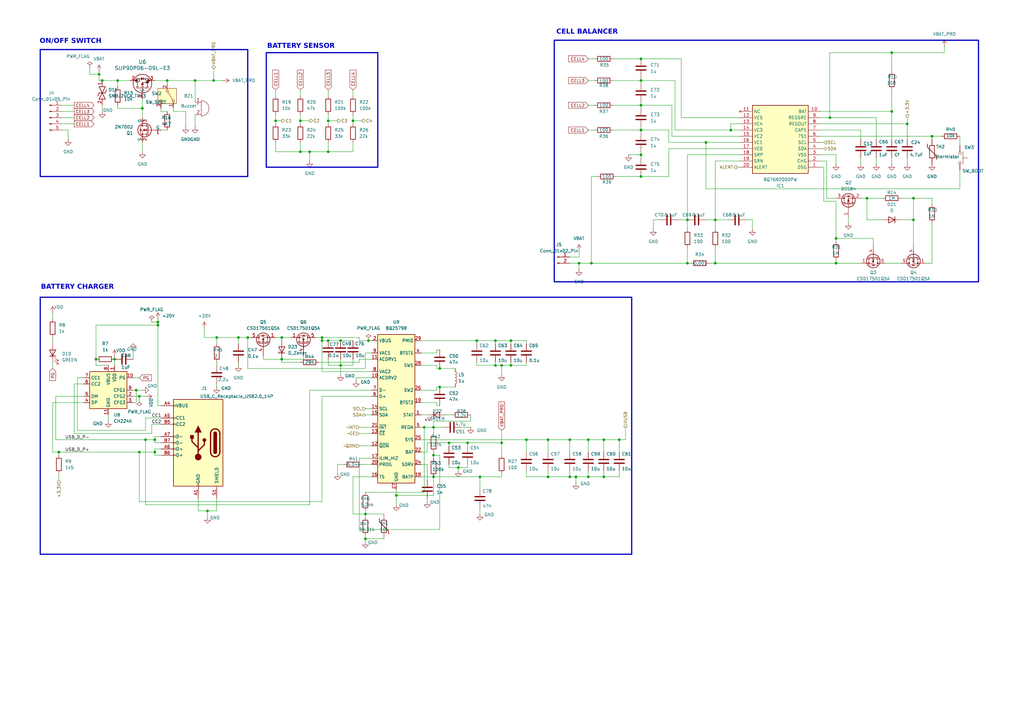
<source format=kicad_sch>
(kicad_sch (version 20250114) (generator "eeschema") (generator_version "9.0")
  (paper "A3")
  (rectangle (start 16.51 20.32) (end 101.6 72.39) (stroke (width 0.5)))
  (rectangle (start 227.33 16.51) (end 401.32 115.57) (stroke (width 0.5)))
  (rectangle (start 16.51 121.92) (end 259.08 227.33) (stroke (width 0.5)))
  (rectangle (start 109.22 21.59) (end 154.94 68.58) (stroke (width 0.5)))
  (text "CELL BALANCER\n" (at 240.792 13.716 0) (effects (font (size 2 2) (thickness 0.254) (bold yes))))
  (text "BATTERY CHARGER" (at 31.75 118.364 0) (effects (font (size 2 2) (thickness 0.254) (bold yes))))
  (text "BATTERY SENSOR" (at 123.444 19.558 0) (effects (font (size 2 2) (thickness 0.254) (bold yes))))
  (text "ON/OFF SWITCH" (at 28.956 17.526 0) (effects (font (size 2 2) (thickness 0.254) (bold yes))))
  (junction (at 299.72 53.34))
  (junction (at 184.15 181.61))
  (junction (at 262.89 63.5))
  (junction (at 39.37 147.32))
  (junction (at 101.6 138.43))
  (junction (at 180.34 158.75))
  (junction (at 241.3 180.34))
  (junction (at 203.2 149.86))
  (junction (at 195.58 139.7))
  (junction (at 342.9 107.95))
  (junction (at 205.74 181.61))
  (junction (at 196.85 195.58))
  (junction (at 209.55 149.86))
  (junction (at 134.62 139.7))
  (junction (at 97.79 138.43))
  (junction (at 177.8 195.58))
  (junction (at 374.65 81.28))
  (junction (at 134.62 62.23))
  (junction (at 115.57 138.43))
  (junction (at 64.77 133.35))
  (junction (at 233.68 180.34))
  (junction (at 127 62.23))
  (junction (at 365.76 21.59))
  (junction (at 233.68 195.58))
  (junction (at 281.94 107.95))
  (junction (at 236.22 195.58))
  (junction (at 242.57 107.95))
  (junction (at 355.6 81.28))
  (junction (at 173.99 175.26))
  (junction (at 123.19 49.53))
  (junction (at 57.15 185.42))
  (junction (at 46.99 147.32))
  (junction (at 224.79 195.58))
  (junction (at 40.64 30.48))
  (junction (at 149.86 220.98))
  (junction (at 68.58 33.02))
  (junction (at 247.65 195.58))
  (junction (at 187.96 191.77))
  (junction (at 209.55 139.7))
  (junction (at 293.37 90.17))
  (junction (at 262.89 24.13))
  (junction (at 139.7 149.86))
  (junction (at 247.65 180.34))
  (junction (at 24.13 185.42))
  (junction (at 149.86 210.82))
  (junction (at 151.13 139.7))
  (junction (at 289.56 58.42))
  (junction (at 59.69 180.34))
  (junction (at 262.89 72.39))
  (junction (at 115.57 147.32))
  (junction (at 132.08 139.7))
  (junction (at 80.01 33.02))
  (junction (at 262.89 53.34))
  (junction (at 132.08 138.43))
  (junction (at 177.8 175.26))
  (junction (at 177.8 186.69))
  (junction (at 382.27 55.88))
  (junction (at 63.5 185.42))
  (junction (at 293.37 107.95))
  (junction (at 374.65 90.17))
  (junction (at 203.2 139.7))
  (junction (at 241.3 195.58))
  (junction (at 365.76 45.72))
  (junction (at 237.49 107.95))
  (junction (at 64.77 132.08))
  (junction (at 205.74 149.86))
  (junction (at 215.9 180.34))
  (junction (at 144.78 49.53))
  (junction (at 162.56 203.2))
  (junction (at 224.79 180.34))
  (junction (at 113.03 49.53))
  (junction (at 87.63 33.02))
  (junction (at 281.94 90.17))
  (junction (at 134.62 49.53))
  (junction (at 191.77 181.61))
  (junction (at 372.11 50.8))
  (junction (at 48.26 33.02))
  (junction (at 342.9 97.79))
  (junction (at 58.42 44.45))
  (junction (at 57.15 162.56))
  (junction (at 254 180.34))
  (junction (at 41.91 33.02))
  (junction (at 123.19 62.23))
  (junction (at 63.5 180.34))
  (junction (at 55.88 160.02))
  (junction (at 88.9 138.43))
  (junction (at 85.09 209.55))
  (junction (at 180.34 151.13))
  (junction (at 139.7 139.7))
  (junction (at 262.89 43.18))
  (junction (at 340.36 48.26))
  (junction (at 262.89 33.02))
  (wire (pts (xy 361.95 90.17) (xy 355.6 90.17)))
  (wire (pts (xy 68.58 33.02) (xy 80.01 33.02)))
  (wire (pts (xy 241.3 43.18) (xy 243.84 43.18)))
  (wire (pts (xy 205.74 195.58) (xy 205.74 194.31)))
  (wire (pts (xy 215.9 193.04) (xy 215.9 195.58)))
  (wire (pts (xy 342.9 107.95) (xy 353.06 107.95)))
  (wire (pts (xy 134.62 147.32) (xy 134.62 149.86)))
  (wire (pts (xy 184.15 191.77) (xy 187.96 191.77)))
  (wire (pts (xy 180.34 158.75) (xy 186.69 158.75)))
  (wire (pts (xy 262.89 52.07) (xy 262.89 53.34)))
  (wire (pts (xy 252.73 72.39) (xy 262.89 72.39)))
  (wire (pts (xy 247.65 193.04) (xy 247.65 195.58)))
  (wire (pts (xy 233.68 195.58) (xy 236.22 195.58)))
  (wire (pts (xy 123.19 62.23) (xy 127 62.23)))
  (wire (pts (xy 139.7 149.86) (xy 144.78 149.86)))
  (wire (pts (xy 22.86 180.34) (xy 59.69 180.34)))
  (wire (pts (xy 40.64 33.02) (xy 41.91 33.02)))
  (wire (pts (xy 241.3 193.04) (xy 241.3 195.58)))
  (wire (pts (xy 274.32 60.96) (xy 274.32 72.39)))
  (wire (pts (xy 40.64 30.48) (xy 40.64 33.02)))
  (wire (pts (xy 64.77 132.08) (xy 64.77 133.35)))
  (wire (pts (xy 63.5 33.02) (xy 68.58 33.02)))
  (wire (pts (xy 247.65 195.58) (xy 254 195.58)))
  (wire (pts (xy 76.2 45.72) (xy 76.2 52.07)))
  (wire (pts (xy 41.91 43.18) (xy 41.91 45.72)))
  (wire (pts (xy 195.58 149.86) (xy 203.2 149.86)))
  (wire (pts (xy 203.2 139.7) (xy 195.58 139.7)))
  (wire (pts (xy 241.3 185.42) (xy 241.3 180.34)))
  (wire (pts (xy 123.19 58.42) (xy 123.19 62.23)))
  (wire (pts (xy 46.99 147.32) (xy 46.99 149.86)))
  (wire (pts (xy 177.8 185.42) (xy 177.8 186.69)))
  (wire (pts (xy 101.6 138.43) (xy 102.87 138.43)))
  (wire (pts (xy 187.96 191.77) (xy 187.96 193.04)))
  (wire (pts (xy 191.77 190.5) (xy 191.77 191.77)))
  (wire (pts (xy 134.62 149.86) (xy 139.7 149.86)))
  (wire (pts (xy 177.8 172.72) (xy 193.04 172.72)))
  (wire (pts (xy 262.89 31.75) (xy 262.89 33.02)))
  (wire (pts (xy 205.74 181.61) (xy 205.74 186.69)))
  (wire (pts (xy 193.04 170.18) (xy 193.04 172.72)))
  (wire (pts (xy 236.22 195.58) (xy 241.3 195.58)))
  (wire (pts (xy 149.86 144.78) (xy 149.86 151.13)))
  (wire (pts (xy 97.79 138.43) (xy 88.9 138.43)))
  (wire (pts (xy 173.99 175.26) (xy 177.8 175.26)))
  (wire (pts (xy 147.32 217.17) (xy 180.34 217.17)))
  (wire (pts (xy 36.83 27.94) (xy 36.83 30.48)))
  (wire (pts (xy 149.86 220.98) (xy 157.48 220.98)))
  (wire (pts (xy 147.32 175.26) (xy 152.4 175.26)))
  (wire (pts (xy 149.86 220.98) (xy 149.86 222.25)))
  (wire (pts (xy 179.07 144.78) (xy 179.07 143.51)))
  (wire (pts (xy 144.78 36.83) (xy 144.78 39.37)))
  (wire (pts (xy 195.58 148.59) (xy 195.58 149.86)))
  (wire (pts (xy 30.48 157.48) (xy 34.29 157.48)))
  (wire (pts (xy 209.55 139.7) (xy 203.2 139.7)))
  (wire (pts (xy 353.06 81.28) (xy 355.6 81.28)))
  (wire (pts (xy 358.14 97.79) (xy 342.9 97.79)))
  (wire (pts (xy 209.55 148.59) (xy 209.55 149.86)))
  (wire (pts (xy 34.29 162.56) (xy 22.86 162.56)))
  (wire (pts (xy 63.5 184.15) (xy 66.04 184.15)))
  (wire (pts (xy 149.86 170.18) (xy 152.4 170.18)))
  (wire (pts (xy 134.62 36.83) (xy 134.62 39.37)))
  (wire (pts (xy 132.08 162.56) (xy 152.4 162.56)))
  (wire (pts (xy 44.45 170.18) (xy 44.45 172.72)))
  (wire (pts (xy 85.09 209.55) (xy 88.9 209.55)))
  (wire (pts (xy 337.82 68.58) (xy 337.82 82.55)))
  (wire (pts (xy 58.42 58.42) (xy 58.42 62.23)))
  (wire (pts (xy 233.68 193.04) (xy 233.68 195.58)))
  (wire (pts (xy 205.74 149.86) (xy 209.55 149.86)))
  (wire (pts (xy 369.57 81.28) (xy 374.65 81.28)))
  (wire (pts (xy 365.76 36.83) (xy 365.76 45.72)))
  (wire (pts (xy 233.68 105.41) (xy 237.49 105.41)))
  (wire (pts (xy 215.9 139.7) (xy 209.55 139.7)))
  (wire (pts (xy 180.34 217.17) (xy 180.34 186.69)))
  (wire (pts (xy 247.65 185.42) (xy 247.65 180.34)))
  (wire (pts (xy 289.56 90.17) (xy 293.37 90.17)))
  (wire (pts (xy 57.15 185.42) (xy 57.15 205.74)))
  (wire (pts (xy 21.59 128.27) (xy 21.59 130.81)))
  (wire (pts (xy 267.97 93.98) (xy 267.97 90.17)))
  (wire (pts (xy 224.79 180.34) (xy 215.9 180.34)))
  (wire (pts (xy 87.63 27.94) (xy 87.63 33.02)))
  (wire (pts (xy 289.56 58.42) (xy 303.53 58.42)))
  (wire (pts (xy 172.72 144.78) (xy 179.07 144.78)))
  (wire (pts (xy 293.37 90.17) (xy 293.37 93.98)))
  (wire (pts (xy 22.86 162.56) (xy 22.86 180.34)))
  (wire (pts (xy 25.4 53.34) (xy 27.94 53.34)))
  (wire (pts (xy 340.36 21.59) (xy 340.36 48.26)))
  (wire (pts (xy 242.57 107.95) (xy 281.94 107.95)))
  (wire (pts (xy 21.59 138.43) (xy 21.59 140.97)))
  (wire (pts (xy 88.9 148.59) (xy 88.9 149.86)))
  (wire (pts (xy 63.5 179.07) (xy 66.04 179.07)))
  (wire (pts (xy 342.9 63.5) (xy 342.9 67.31)))
  (wire (pts (xy 262.89 41.91) (xy 262.89 43.18)))
  (wire (pts (xy 382.27 91.44) (xy 382.27 107.95)))
  (wire (pts (xy 184.15 181.61) (xy 184.15 182.88)))
  (wire (pts (xy 40.64 30.48) (xy 36.83 30.48)))
  (wire (pts (xy 242.57 72.39) (xy 245.11 72.39)))
  (wire (pts (xy 39.37 149.86) (xy 44.45 149.86)))
  (wire (pts (xy 172.72 180.34) (xy 215.9 180.34)))
  (wire (pts (xy 62.23 132.08) (xy 64.77 132.08)))
  (wire (pts (xy 215.9 149.86) (xy 215.9 148.59)))
  (wire (pts (xy 127 160.02) (xy 152.4 160.02)))
  (wire (pts (xy 30.48 157.48) (xy 30.48 177.8)))
  (wire (pts (xy 172.72 160.02) (xy 179.07 160.02)))
  (wire (pts (xy 62.23 173.99) (xy 66.04 173.99)))
  (wire (pts (xy 262.89 63.5) (xy 262.89 64.77)))
  (wire (pts (xy 336.55 66.04) (xy 339.09 66.04)))
  (wire (pts (xy 290.83 107.95) (xy 293.37 107.95)))
  (wire (pts (xy 308.61 90.17) (xy 308.61 93.98)))
  (wire (pts (xy 66.04 181.61) (xy 63.5 181.61)))
  (wire (pts (xy 175.26 204.47) (xy 175.26 205.74)))
  (wire (pts (xy 342.9 82.55) (xy 337.82 82.55)))
  (wire (pts (xy 39.37 133.35) (xy 39.37 147.32)))
  (wire (pts (xy 254 195.58) (xy 254 193.04)))
  (wire (pts (xy 256.54 175.26) (xy 256.54 180.34)))
  (wire (pts (xy 353.06 53.34) (xy 353.06 57.15)))
  (wire (pts (xy 48.26 33.02) (xy 53.34 33.02)))
  (wire (pts (xy 149.86 209.55) (xy 149.86 210.82)))
  (wire (pts (xy 262.89 62.23) (xy 262.89 63.5)))
  (wire (pts (xy 48.26 44.45) (xy 58.42 44.45)))
  (wire (pts (xy 88.9 157.48) (xy 88.9 158.75)))
  (wire (pts (xy 251.46 33.02) (xy 262.89 33.02)))
  (wire (pts (xy 177.8 175.26) (xy 177.8 177.8)))
  (wire (pts (xy 205.74 195.58) (xy 196.85 195.58)))
  (wire (pts (xy 233.68 107.95) (xy 237.49 107.95)))
  (wire (pts (xy 262.89 53.34) (xy 274.32 53.34)))
  (wire (pts (xy 134.62 46.99) (xy 134.62 49.53)))
  (wire (pts (xy 151.13 139.7) (xy 152.4 139.7)))
  (wire (pts (xy 66.04 53.34) (xy 68.58 53.34)))
  (wire (pts (xy 353.06 64.77) (xy 353.06 67.31)))
  (wire (pts (xy 123.19 36.83) (xy 123.19 39.37)))
  (wire (pts (xy 24.13 185.42) (xy 24.13 186.69)))
  (wire (pts (xy 302.26 68.58) (xy 303.53 68.58)))
  (wire (pts (xy 241.3 53.34) (xy 243.84 53.34)))
  (wire (pts (xy 293.37 90.17) (xy 298.45 90.17)))
  (wire (pts (xy 237.49 107.95) (xy 242.57 107.95)))
  (wire (pts (xy 123.19 49.53) (xy 127 49.53)))
  (wire (pts (xy 57.15 205.74) (xy 132.08 205.74)))
  (wire (pts (xy 336.55 60.96) (xy 337.82 60.96)))
  (wire (pts (xy 241.3 24.13) (xy 243.84 24.13)))
  (wire (pts (xy 64.77 133.35) (xy 64.77 166.37)))
  (wire (pts (xy 144.78 195.58) (xy 144.78 210.82)))
  (wire (pts (xy 172.72 139.7) (xy 195.58 139.7)))
  (wire (pts (xy 66.04 186.69) (xy 63.5 186.69)))
  (wire (pts (xy 191.77 181.61) (xy 205.74 181.61)))
  (wire (pts (xy 262.89 24.13) (xy 279.4 24.13)))
  (wire (pts (xy 393.7 69.85) (xy 393.7 77.47)))
  (wire (pts (xy 107.95 146.05) (xy 107.95 147.32)))
  (wire (pts (xy 365.76 21.59) (xy 387.35 21.59)))
  (wire (pts (xy 262.89 43.18) (xy 262.89 44.45)))
  (wire (pts (xy 113.03 62.23) (xy 123.19 62.23)))
  (wire (pts (xy 275.59 55.88) (xy 303.53 55.88)))
  (wire (pts (xy 233.68 185.42) (xy 233.68 180.34)))
  (wire (pts (xy 63.5 179.07) (xy 63.5 180.34)))
  (wire (pts (xy 203.2 148.59) (xy 203.2 149.86)))
  (wire (pts (xy 152.4 144.78) (xy 149.86 144.78)))
  (wire (pts (xy 359.41 64.77) (xy 359.41 67.31)))
  (wire (pts (xy 184.15 190.5) (xy 184.15 191.77)))
  (wire (pts (xy 149.86 151.13) (xy 101.6 151.13)))
  (wire (pts (xy 134.62 58.42) (xy 134.62 62.23)))
  (wire (pts (xy 55.88 160.02) (xy 55.88 165.1)))
  (wire (pts (xy 275.59 43.18) (xy 262.89 43.18)))
  (wire (pts (xy 147.32 139.7) (xy 151.13 139.7)))
  (wire (pts (xy 24.13 185.42) (xy 57.15 185.42)))
  (wire (pts (xy 365.76 45.72) (xy 365.76 57.15)))
  (wire (pts (xy 340.36 48.26) (xy 359.41 48.26)))
  (wire (pts (xy 173.99 201.93) (xy 149.86 201.93)))
  (wire (pts (xy 306.07 90.17) (xy 308.61 90.17)))
  (wire (pts (xy 224.79 193.04) (xy 224.79 195.58)))
  (wire (pts (xy 372.11 64.77) (xy 372.11 67.31)))
  (wire (pts (xy 195.58 139.7) (xy 195.58 140.97)))
  (wire (pts (xy 152.4 195.58) (xy 144.78 195.58)))
  (wire (pts (xy 281.94 101.6) (xy 281.94 107.95)))
  (wire (pts (xy 182.88 170.18) (xy 185.42 170.18)))
  (wire (pts (xy 293.37 66.04) (xy 293.37 90.17)))
  (wire (pts (xy 355.6 81.28) (xy 361.95 81.28)))
  (wire (pts (xy 196.85 208.28) (xy 196.85 210.82)))
  (wire (pts (xy 85.09 209.55) (xy 85.09 212.09)))
  (wire (pts (xy 39.37 133.35) (xy 64.77 133.35)))
  (wire (pts (xy 115.57 147.32) (xy 124.46 147.32)))
  (wire (pts (xy 224.79 195.58) (xy 233.68 195.58)))
  (wire (pts (xy 177.8 195.58) (xy 172.72 195.58)))
  (wire (pts (xy 299.72 50.8) (xy 303.53 50.8)))
  (wire (pts (xy 113.03 138.43) (xy 115.57 138.43)))
  (wire (pts (xy 179.07 143.51) (xy 180.34 143.51)))
  (wire (pts (xy 281.94 90.17) (xy 281.94 93.98)))
  (wire (pts (xy 149.86 210.82) (xy 149.86 212.09)))
  (wire (pts (xy 179.07 149.86) (xy 179.07 151.13)))
  (wire (pts (xy 372.11 48.26) (xy 372.11 50.8)))
  (wire (pts (xy 205.74 149.86) (xy 205.74 153.67)))
  (wire (pts (xy 303.53 66.04) (xy 293.37 66.04)))
  (wire (pts (xy 97.79 148.59) (xy 97.79 149.86)))
  (wire (pts (xy 180.34 186.69) (xy 177.8 186.69)))
  (wire (pts (xy 152.4 187.96) (xy 147.32 187.96)))
  (wire (pts (xy 336.55 63.5) (xy 342.9 63.5)))
  (wire (pts (xy 191.77 182.88) (xy 191.77 181.61)))
  (wire (pts (xy 179.07 166.37) (xy 180.34 166.37)))
  (wire (pts (xy 293.37 107.95) (xy 342.9 107.95)))
  (wire (pts (xy 175.26 181.61) (xy 184.15 181.61)))
  (wire (pts (xy 281.94 63.5) (xy 281.94 90.17)))
  (wire (pts (xy 303.53 48.26) (xy 279.4 48.26)))
  (wire (pts (xy 80.01 33.02) (xy 87.63 33.02)))
  (wire (pts (xy 179.07 151.13) (xy 180.34 151.13)))
  (wire (pts (xy 134.62 49.53) (xy 134.62 50.8)))
  (wire (pts (xy 123.19 46.99) (xy 123.19 49.53)))
  (wire (pts (xy 179.07 158.75) (xy 180.34 158.75)))
  (wire (pts (xy 257.81 63.5) (xy 262.89 63.5)))
  (wire (pts (xy 27.94 53.34) (xy 27.94 57.15)))
  (wire (pts (xy 24.13 185.42) (xy 21.59 185.42)))
  (wire (pts (xy 342.9 81.28) (xy 339.09 81.28)))
  (wire (pts (xy 336.55 53.34) (xy 353.06 53.34)))
  (wire (pts (xy 81.28 204.47) (xy 81.28 209.55)))
  (wire (pts (xy 34.29 165.1) (xy 21.59 165.1)))
  (wire (pts (xy 177.8 186.69) (xy 177.8 187.96)))
  (wire (pts (xy 196.85 195.58) (xy 177.8 195.58)))
  (wire (pts (xy 40.64 29.21) (xy 40.64 30.48)))
  (wire (pts (xy 276.86 53.34) (xy 299.72 53.34)))
  (wire (pts (xy 130.81 148.59) (xy 147.32 148.59)))
  (wire (pts (xy 355.6 81.28) (xy 355.6 90.17)))
  (wire (pts (xy 162.56 200.66) (xy 162.56 203.2)))
  (wire (pts (xy 132.08 138.43) (xy 132.08 139.7)))
  (wire (pts (xy 209.55 149.86) (xy 215.9 149.86)))
  (wire (pts (xy 342.9 97.79) (xy 342.9 99.06)))
  (wire (pts (xy 274.32 60.96) (xy 303.53 60.96)))
  (wire (pts (xy 289.56 77.47) (xy 289.56 58.42)))
  (wire (pts (xy 382.27 55.88) (xy 382.27 57.15)))
  (wire (pts (xy 64.77 130.81) (xy 64.77 132.08)))
  (wire (pts (xy 147.32 138.43) (xy 147.32 139.7)))
  (wire (pts (xy 173.99 175.26) (xy 173.99 201.93)))
  (wire (pts (xy 254 180.34) (xy 247.65 180.34)))
  (wire (pts (xy 71.12 45.72) (xy 76.2 45.72)))
  (wire (pts (xy 187.96 191.77) (xy 191.77 191.77)))
  (wire (pts (xy 101.6 151.13) (xy 101.6 138.43)))
  (wire (pts (xy 189.23 175.26) (xy 193.04 175.26)))
  (wire (pts (xy 62.23 177.8) (xy 62.23 173.99)))
  (wire (pts (xy 393.7 55.88) (xy 393.7 59.69)))
  (wire (pts (xy 21.59 165.1) (xy 21.59 185.42)))
  (wire (pts (xy 336.55 45.72) (xy 365.76 45.72)))
  (wire (pts (xy 175.26 190.5) (xy 175.26 196.85)))
  (wire (pts (xy 134.62 139.7) (xy 139.7 139.7)))
  (wire (pts (xy 279.4 24.13) (xy 279.4 48.26)))
  (wire (pts (xy 254 185.42) (xy 254 180.34)))
  (wire (pts (xy 88.9 138.43) (xy 83.82 138.43)))
  (wire (pts (xy 203.2 140.97) (xy 203.2 139.7)))
  (wire (pts (xy 81.28 209.55) (xy 85.09 209.55)))
  (wire (pts (xy 203.2 149.86) (xy 205.74 149.86)))
  (wire (pts (xy 59.69 180.34) (xy 63.5 180.34)))
  (wire (pts (xy 127 62.23) (xy 127 66.04)))
  (wire (pts (xy 267.97 90.17) (xy 270.51 90.17)))
  (wire (pts (xy 63.5 184.15) (xy 63.5 185.42)))
  (wire (pts (xy 144.78 46.99) (xy 144.78 49.53)))
  (wire (pts (xy 59.69 180.34) (xy 59.69 207.01)))
  (wire (pts (xy 172.72 165.1) (xy 179.07 165.1)))
  (wire (pts (xy 251.46 43.18) (xy 262.89 43.18)))
  (wire (pts (xy 87.63 33.02) (xy 91.44 33.02)))
  (wire (pts (xy 336.55 50.8) (xy 372.11 50.8)))
  (wire (pts (xy 303.53 63.5) (xy 281.94 63.5)))
  (wire (pts (xy 172.72 175.26) (xy 173.99 175.26)))
  (wire (pts (xy 215.9 195.58) (xy 224.79 195.58)))
  (wire (pts (xy 374.65 81.28) (xy 382.27 81.28)))
  (wire (pts (xy 113.03 49.53) (xy 113.03 50.8)))
  (wire (pts (xy 293.37 101.6) (xy 293.37 107.95)))
  (wire (pts (xy 59.69 176.53) (xy 59.69 171.45)))
  (wire (pts (xy 25.4 50.8) (xy 30.48 50.8)))
  (wire (pts (xy 115.57 148.59) (xy 123.19 148.59)))
  (wire (pts (xy 144.78 210.82) (xy 149.86 210.82)))
  (wire (pts (xy 147.32 187.96) (xy 147.32 217.17)))
  (wire (pts (xy 55.88 160.02) (xy 58.42 160.02)))
  (wire (pts (xy 83.82 134.62) (xy 83.82 138.43)))
  (wire (pts (xy 241.3 180.34) (xy 233.68 180.34)))
  (wire (pts (xy 339.09 81.28) (xy 339.09 66.04)))
  (wire (pts (xy 180.34 151.13) (xy 186.69 151.13)))
  (wire (pts (xy 25.4 43.18) (xy 30.48 43.18)))
  (wire (pts (xy 177.8 195.58) (xy 177.8 203.2)))
  (wire (pts (xy 382.27 107.95) (xy 379.73 107.95)))
  (wire (pts (xy 115.57 138.43) (xy 119.38 138.43)))
  (wire (pts (xy 162.56 203.2) (xy 177.8 203.2)))
  (wire (pts (xy 283.21 107.95) (xy 281.94 107.95)))
  (wire (pts (xy 21.59 148.59) (xy 21.59 151.13)))
  (wire (pts (xy 41.91 33.02) (xy 48.26 33.02)))
  (wire (pts (xy 147.32 147.32) (xy 152.4 147.32)))
  (wire (pts (xy 88.9 204.47) (xy 88.9 209.55)))
  (wire (pts (xy 113.03 49.53) (xy 115.57 49.53)))
  (wire (pts (xy 146.05 154.94) (xy 146.05 156.21)))
  (wire (pts (xy 179.07 160.02) (xy 179.07 158.75)))
  (wire (pts (xy 48.26 43.18) (xy 48.26 44.45)))
  (wire (pts (xy 382.27 81.28) (xy 382.27 83.82)))
  (wire (pts (xy 215.9 180.34) (xy 215.9 185.42)))
  (wire (pts (xy 299.72 53.34) (xy 303.53 53.34)))
  (wire (pts (xy 68.58 34.29) (xy 68.58 33.02)))
  (wire (pts (xy 149.86 219.71) (xy 149.86 220.98)))
  (wire (pts (xy 54.61 143.51) (xy 54.61 147.32)))
  (wire (pts (xy 147.32 177.8) (xy 152.4 177.8)))
  (wire (pts (xy 147.32 148.59) (xy 147.32 147.32)))
  (wire (pts (xy 224.79 185.42) (xy 224.79 180.34)))
  (wire (pts (xy 237.49 107.95) (xy 237.49 110.49)))
  (wire (pts (xy 336.55 48.26) (xy 340.36 48.26)))
  (wire (pts (xy 34.29 154.94) (xy 31.75 154.94)))
  (wire (pts (xy 205.74 176.53) (xy 205.74 181.61)))
  (wire (pts (xy 374.65 81.28) (xy 374.65 90.17)))
  (wire (pts (xy 215.9 140.97) (xy 215.9 139.7)))
  (wire (pts (xy 147.32 182.88) (xy 152.4 182.88)))
  (wire (pts (xy 54.61 160.02) (xy 55.88 160.02)))
  (wire (pts (xy 363.22 107.95) (xy 369.57 107.95)))
  (wire (pts (xy 113.03 46.99) (xy 113.03 49.53)))
  (wire (pts (xy 30.48 177.8) (xy 62.23 177.8)))
  (wire (pts (xy 347.98 88.9) (xy 347.98 91.44)))
  (wire (pts (xy 138.43 190.5) (xy 138.43 194.31)))
  (wire (pts (xy 132.08 139.7) (xy 132.08 152.4)))
  (wire (pts (xy 372.11 50.8) (xy 372.11 57.15)))
  (wire (pts (xy 54.61 154.94) (xy 57.15 154.94)))
  (wire (pts (xy 39.37 147.32) (xy 39.37 149.86)))
  (wire (pts (xy 54.61 165.1) (xy 55.88 165.1)))
  (wire (pts (xy 254 180.34) (xy 256.54 180.34)))
  (wire (pts (xy 139.7 139.7) (xy 144.78 139.7)))
  (wire (pts (xy 58.42 44.45) (xy 58.42 48.26)))
  (wire (pts (xy 336.55 58.42) (xy 337.82 58.42)))
  (wire (pts (xy 31.75 176.53) (xy 59.69 176.53)))
  (wire (pts (xy 276.86 33.02) (xy 262.89 33.02)))
  (wire (pts (xy 177.8 175.26) (xy 177.8 172.72)))
  (wire (pts (xy 365.76 21.59) (xy 340.36 21.59)))
  (wire (pts (xy 177.8 175.26) (xy 181.61 175.26)))
  (wire (pts (xy 71.12 44.45) (xy 71.12 45.72)))
  (wire (pts (xy 172.72 149.86) (xy 179.07 149.86)))
  (wire (pts (xy 262.89 33.02) (xy 262.89 34.29)))
  (wire (pts (xy 66.04 44.45) (xy 66.04 45.72)))
  (wire (pts (xy 97.79 140.97) (xy 97.79 138.43)))
  (wire (pts (xy 80.01 46.99) (xy 80.01 52.07)))
  (wire (pts (xy 132.08 138.43) (xy 147.32 138.43)))
  (wire (pts (xy 115.57 139.7) (xy 115.57 138.43)))
  (wire (pts (xy 342.9 97.79) (xy 342.9 82.55)))
  (wire (pts (xy 63.5 180.34) (xy 63.5 181.61)))
  (wire (pts (xy 251.46 24.13) (xy 262.89 24.13)))
  (wire (pts (xy 31.75 154.94) (xy 31.75 176.53)))
  (wire (pts (xy 113.03 58.42) (xy 113.03 62.23)))
  (wire (pts (xy 274.32 58.42) (xy 289.56 58.42)))
  (wire (pts (xy 54.61 162.56) (xy 57.15 162.56)))
  (wire (pts (xy 123.19 49.53) (xy 123.19 50.8)))
  (wire (pts (xy 262.89 53.34) (xy 262.89 54.61)))
  (wire (pts (xy 127 62.23) (xy 134.62 62.23)))
  (wire (pts (xy 46.99 146.05) (xy 46.99 147.32)))
  (wire (pts (xy 365.76 64.77) (xy 365.76 67.31)))
  (wire (pts (xy 247.65 180.34) (xy 241.3 180.34)))
  (wire (pts (xy 80.01 33.02) (xy 80.01 41.91)))
  (wire (pts (xy 113.03 36.83) (xy 113.03 39.37)))
  (wire (pts (xy 236.22 195.58) (xy 236.22 198.12)))
  (wire (pts (xy 152.4 152.4) (xy 132.08 152.4)))
  (wire (pts (xy 382.27 55.88) (xy 336.55 55.88)))
  (wire (pts (xy 144.78 62.23) (xy 144.78 58.42)))
  (wire (pts (xy 274.32 58.42) (xy 274.32 53.34)))
  (wire (pts (xy 144.78 147.32) (xy 144.78 149.86)))
  (wire (pts (xy 369.57 90.17) (xy 374.65 90.17)))
  (wire (pts (xy 124.46 146.05) (xy 124.46 147.32)))
  (wire (pts (xy 233.68 180.34) (xy 224.79 180.34)))
  (wire (pts (xy 172.72 190.5) (xy 175.26 190.5)))
  (wire (pts (xy 152.4 154.94) (xy 146.05 154.94)))
  (wire (pts (xy 66.04 45.72) (xy 68.58 45.72)))
  (wire (pts (xy 237.49 102.87) (xy 237.49 105.41)))
  (wire (pts (xy 149.86 210.82) (xy 157.48 210.82)))
  (wire (pts (xy 57.15 185.42) (xy 63.5 185.42)))
  (wire (pts (xy 139.7 147.32) (xy 139.7 149.86)))
  (wire (pts (xy 132.08 139.7) (xy 134.62 139.7)))
  (wire (pts (xy 139.7 149.86) (xy 139.7 153.67)))
  (wire (pts (xy 127 207.01) (xy 127 160.02)))
  (wire (pts (xy 48.26 33.02) (xy 48.26 35.56)))
  (wire (pts (xy 25.4 48.26) (xy 30.48 48.26)))
  (wire (pts (xy 387.35 19.05) (xy 387.35 21.59)))
  (wire (pts (xy 144.78 49.53) (xy 148.59 49.53)))
  (wire (pts (xy 179.07 165.1) (xy 179.07 166.37)))
  (wire (pts (xy 58.42 40.64) (xy 58.42 44.45)))
  (wire (pts (xy 184.15 181.61) (xy 191.77 181.61)))
  (wire (pts (xy 59.69 207.01) (xy 127 207.01)))
  (wire (pts (xy 241.3 33.02) (xy 243.84 33.02)))
  (wire (pts (xy 209.55 140.97) (xy 209.55 139.7)))
  (wire (pts (xy 359.41 48.26) (xy 359.41 57.15)))
  (wire (pts (xy 25.4 45.72) (xy 30.48 45.72)))
  (wire (pts (xy 342.9 106.68) (xy 342.9 107.95)))
  (wire (pts (xy 393.7 77.47) (xy 289.56 77.47)))
  (wire (pts (xy 144.78 49.53) (xy 144.78 50.8)))
  (wire (pts (xy 107.95 147.32) (xy 115.57 147.32)))
  (wire (pts (xy 262.89 72.39) (xy 274.32 72.39)))
  (wire (pts (xy 241.3 195.58) (xy 247.65 195.58)))
  (wire (pts (xy 97.79 138.43) (xy 101.6 138.43)))
  (wire (pts (xy 162.56 203.2) (xy 162.56 207.01)))
  (wire (pts (xy 129.54 138.43) (xy 132.08 138.43)))
  (wire (pts (xy 63.5 185.42) (xy 63.5 186.69)))
  (wire (pts (xy 337.82 68.58) (xy 336.55 68.58)))
  (wire (pts (xy 278.13 90.17) (xy 281.94 90.17)))
  (wire (pts (xy 299.72 50.8) (xy 299.72 53.34)))
  (wire (pts (xy 66.04 166.37) (xy 64.77 166.37)))
  (wire (pts (xy 149.86 167.64) (xy 152.4 167.64)))
  (wire (pts (xy 365.76 21.59) (xy 365.76 29.21)))
  (wire (pts (xy 175.26 181.61) (xy 175.26 185.42)))
  (wire (pts (xy 132.08 205.74) (xy 132.08 162.56)))
  (wire (pts (xy 276.86 53.34) (xy 276.86 33.02)))
  (wire (pts (xy 59.69 171.45) (xy 66.04 171.45)))
  (wire (pts (xy 172.72 170.18) (xy 175.26 170.18)))
  (wire (pts (xy 242.57 72.39) (xy 242.57 107.95)))
  (wire (pts (xy 57.15 162.56) (xy 57.15 163.83)))
  (wire (pts (xy 24.13 196.85) (xy 24.13 194.31)))
  (wire (pts (xy 358.14 100.33) (xy 358.14 97.79)))
  (wire (pts (xy 88.9 138.43) (xy 88.9 140.97)))
  (wire (pts (xy 382.27 55.88) (xy 386.08 55.88)))
  (wire (pts (xy 196.85 195.58) (xy 196.85 200.66)))
  (wire (pts (xy 138.43 190.5) (xy 140.97 190.5)))
  (wire (pts (xy 134.62 49.53) (xy 138.43 49.53)))
  (wire (pts (xy 148.59 190.5) (xy 152.4 190.5)))
  (wire (pts (xy 115.57 147.32) (xy 115.57 148.59)))
  (wire (pts (xy 275.59 55.88) (xy 275.59 43.18)))
  (wire (pts (xy 172.72 185.42) (xy 175.26 185.42)))
  (wire (pts (xy 251.46 53.34) (xy 262.89 53.34)))
  (wire (pts (xy 134.62 62.23) (xy 144.78 62.23)))
  (wire (pts (xy 57.15 162.56) (xy 59.69 162.56)))
  (wire (pts (xy 374.65 90.17) (xy 374.65 100.33)))
  (label "CC2" (at 62.23 173.99 0))
  (label "USB_D_P-" (at 26.67 180.34 0))
  (label "CC1" (at 62.23 171.45 0))
  (label "USB_D_P+" (at 26.67 185.42 0))
  (global_label "CELL4" (shape input) (at 144.78 36.83 90) (property "Intersheetrefs" "${INTERSHEET_REFS}" (effects (hide yes))))
  (global_label "CELL1" (shape input) (at 113.03 36.83 90) (property "Intersheetrefs" "${INTERSHEET_REFS}" (effects (hide yes))))
  (global_label "CELL2" (shape input) (at 241.3 43.18 180) (property "Intersheetrefs" "${INTERSHEET_REFS}" (effects (hide yes))))
  (global_label "PG" (shape input) (at 21.59 151.13 270) (property "Intersheetrefs" "${INTERSHEET_REFS}" (effects (hide yes))))
  (global_label "CELL3" (shape input) (at 241.3 33.02 180) (property "Intersheetrefs" "${INTERSHEET_REFS}" (effects (hide yes))))
  (global_label "CELL1" (shape output) (at 30.48 50.8 0) (property "Intersheetrefs" "${INTERSHEET_REFS}" (effects (hide yes))))
  (global_label "CELL2" (shape input) (at 123.19 36.83 90) (property "Intersheetrefs" "${INTERSHEET_REFS}" (effects (hide yes))))
  (global_label "CELL3" (shape output) (at 30.48 45.72 0) (property "Intersheetrefs" "${INTERSHEET_REFS}" (effects (hide yes))))
  (global_label "CELL3" (shape input) (at 134.62 36.83 90) (property "Intersheetrefs" "${INTERSHEET_REFS}" (effects (hide yes))))
  (global_label "CELL4" (shape output) (at 30.48 43.18 0) (property "Intersheetrefs" "${INTERSHEET_REFS}" (effects (hide yes))))
  (global_label "CELL2" (shape output) (at 30.48 48.26 0) (property "Intersheetrefs" "${INTERSHEET_REFS}" (effects (hide yes))))
  (global_label "CELL1" (shape input) (at 241.3 53.34 180) (property "Intersheetrefs" "${INTERSHEET_REFS}" (effects (hide yes))))
  (global_label "VBAT_PRO" (shape input) (at 205.74 176.53 90) (property "Intersheetrefs" "${INTERSHEET_REFS}" (effects (hide yes))))
  (global_label "CELL4" (shape input) (at 241.3 24.13 180) (property "Intersheetrefs" "${INTERSHEET_REFS}" (effects (hide yes))))
  (global_label "PG" (shape input) (at 57.15 154.94 0) (property "Intersheetrefs" "${INTERSHEET_REFS}" (effects (hide yes))))
  (hierarchical_label "C1" (shape output) (at 115.57 49.53 0))
  (hierarchical_label "SCL" (shape input) (at 337.82 58.42 0))
  (hierarchical_label "~INT" (shape input) (at 147.32 175.26 180))
  (hierarchical_label "SDA" (shape bidirectional) (at 149.86 170.18 180))
  (hierarchical_label "SCL" (shape input) (at 149.86 167.64 180))
  (hierarchical_label "SDA" (shape bidirectional) (at 337.82 60.96 0))
  (hierarchical_label "ALERT" (shape output) (at 302.26 68.58 180))
  (hierarchical_label "~QON" (shape input) (at 147.32 182.88 180))
  (hierarchical_label "~CE" (shape input) (at 147.32 177.8 180))
  (hierarchical_label "VUSB" (shape output) (at 256.54 175.26 90))
  (hierarchical_label "VBAT_PRO" (shape output) (at 87.63 27.94 90))
  (hierarchical_label "C4" (shape output) (at 148.59 49.53 0))
  (hierarchical_label "+3.3V" (shape input) (at 24.13 196.85 270))
  (hierarchical_label "+3.3V" (shape input) (at 372.11 48.26 90))
  (hierarchical_label "C2" (shape output) (at 127 49.53 0))
  (hierarchical_label "C3" (shape output) (at 138.43 49.53 0))
  (symbol (lib_id "Switch:SW_SPDT") (at 68.58 39.37 270) (unit 1)
    (property "Reference" "SW2" (at 62.23 38.354 90) (effects (justify left)))
    (property "Value" "SW_SPDT" (at 59.69 41.91 90) (effects (justify left)))
    (property "Description" "Switch, single pole double throw" (effects (hide yes)))
  )
  (symbol (lib_id "Device:R") (at 247.65 24.13 90) (unit 1)
    (property "Reference" "R35" (at 247.904 26.67 90))
    (property "Value" "100" (at 247.65 24.13 90))
    (property "Description" "Resistor" (effects (hide yes)))
  )
  (symbol (lib_id "Device:C") (at 215.9 189.23 0) (unit 1)
    (property "Reference" "C56" (at 216.916 186.182 0) (effects (justify left)))
    (property "Value" "10u" (at 216.916 192.278 0) (effects (justify left)))
    (property "Description" "Unpolarized capacitor" (effects (hide yes)))
  )
  (symbol (lib_id "Battery_Management:BQ25798") (at 162.56 167.64 0) (unit 1)
    (property "Reference" "U9" (at 162.56 132.08 0))
    (property "Value" "BQ25798" (at 162.56 134.62 0))
    (property "Footprint" "Package_DFN_QFN:Texas_RQM0029A_VQFN-29_4x4mm_P0.4mm" (effects (hide yes)))
    (property "Datasheet" "https://www.ti.com/lit/ds/symlink/bq25798.pdf" (effects (hide yes)))
    (property "Description" "I2C controlled, 5A Buck-Boost battery charger (1-4 cell, Li-Ion / Li-Polymer), USB BC1.2 / HVDCP detection, 3.6..24V VBUS, 3..18.8V charge voltage regulation, 0.75..1.5 MHz, VQFN-29 (Texas RQM0029A)" (effects (hide yes)))
  )
  (symbol (lib_id "power:GND") (at 41.91 45.72 0) (unit 1)
    (property "Reference" "#PWR054" (effects (hide yes)))
    (property "Value" "GND" (at 44.196 45.212 0))
    (property "Description" "Power symbol creates a global label with name \"GND\" , ground" (effects (hide yes)))
  )
  (symbol (lib_id "power:GND") (at 236.22 198.12 0) (unit 1)
    (property "Reference" "#PWR084" (effects (hide yes)))
    (property "Value" "GND" (at 240.03 198.374 0))
    (property "Description" "Power symbol creates a global label with name \"GND\" , ground" (effects (hide yes)))
  )
  (symbol (lib_id "Device:R") (at 43.18 147.32 90) (unit 1)
    (property "Reference" "R7" (at 43.18 140.97 90))
    (property "Value" "1k" (at 43.18 143.51 90))
    (property "Description" "Resistor" (effects (hide yes)))
  )
  (symbol (lib_id "Device:C") (at 353.06 60.96 0) (unit 1)
    (property "Reference" "C12" (at 354.076 58.928 0) (effects (justify left)))
    (property "Value" "1uF" (at 354.076 62.992 0) (effects (justify left)))
    (property "Description" "Unpolarized capacitor" (effects (hide yes)))
  )
  (symbol (lib_id "BQ7692000PW:BQ7692000PW") (at 336.55 68.58 180) (unit 1)
    (property "Reference" "IC1" (at 320.04 76.2 0))
    (property "Value" "BQ7692000PW" (at 320.04 73.66 0))
    (property "Footprint" "BQ7692000PW:SOP65P640X120-20N" (effects (hide yes)))
    (property "Datasheet" "http://www.ti.com/lit/gpn/BQ76920" (effects (hide yes)))
    (property "Description" "3 to 5-Series Cell Li-Ion and Li-Phosphate Battery Monitor (bq76940 Family)" (effects (hide yes)))
    (property "Height" "1.2" (effects (hide yes)))
    (property "Mouser Part Number" "595-BQ7692000PW" (effects (hide yes)))
    (property "Mouser Price/Stock" "https://www.mouser.co.uk/ProductDetail/Texas-Instruments/BQ7692000PW?qs=p08Uhw9w2FzjYcjaCLld%2Fg%3D%3D" (effects (hide yes)))
    (property "Manufacturer_Name" "Texas Instruments" (effects (hide yes)))
    (property "Manufacturer_Part_Number" "BQ7692000PW" (effects (hide yes)))
  )
  (symbol (lib_id "power:GND") (at 58.42 160.02 90) (unit 1)
    (property "Reference" "#PWR064" (effects (hide yes)))
    (property "Value" "GND" (at 60.452 158.242 90) (effects (justify right)))
    (property "Description" "Power symbol creates a global label with name \"GND\" , ground" (effects (hide yes)))
  )
  (symbol (lib_id "power:GND") (at 97.79 149.86 0) (unit 1)
    (property "Reference" "#PWR063" (effects (hide yes)))
    (property "Value" "GND" (at 97.79 154.94 0))
    (property "Description" "Power symbol creates a global label with name \"GND\" , ground" (effects (hide yes)))
  )
  (symbol (lib_id "power:GND") (at 193.04 175.26 0) (unit 1)
    (property "Reference" "#PWR069" (effects (hide yes)))
    (property "Value" "GND" (at 195.58 176.5299 0) (effects (justify left)))
    (property "Description" "Power symbol creates a global label with name \"GND\" , ground" (effects (hide yes)))
  )
  (symbol (lib_id "power:GND") (at 267.97 93.98 0) (unit 1)
    (property "Reference" "#PWR091" (effects (hide yes)))
    (property "Value" "GND" (at 267.97 99.06 0))
    (property "Description" "Power symbol creates a global label with name \"GND\" , ground" (effects (hide yes)))
  )
  (symbol (lib_id "Device:R") (at 149.86 205.74 0) (unit 1)
    (property "Reference" "R46" (at 147.828 204.47 0) (effects (justify left)))
    (property "Value" "5.24k" (at 147.828 207.01 0) (effects (justify left)))
    (property "Description" "Resistor" (effects (hide yes)))
  )
  (symbol (lib_id "power:GND") (at 149.86 222.25 0) (unit 1)
    (property "Reference" "#PWR073" (effects (hide yes)))
    (property "Value" "GND" (at 152.908 222.504 0))
    (property "Description" "Power symbol creates a global label with name \"GND\" , ground" (effects (hide yes)))
  )
  (symbol (lib_id "Device:D_Zener") (at 115.57 143.51 90) (unit 1)
    (property "Reference" "D23" (at 118.11 142.2399 90) (effects (justify right)))
    (property "Value" "D_Zener" (at 118.11 144.7799 90) (effects (justify right)))
    (property "Description" "Zener diode" (effects (hide yes)))
  )
  (symbol (lib_id "Device:R") (at 134.62 54.61 0) (unit 1)
    (property "Reference" "R25" (at 137.16 53.3399 0) (effects (justify left)))
    (property "Value" "33k" (at 137.16 55.8799 0) (effects (justify left)))
    (property "Description" "Resistor" (effects (hide yes)))
  )
  (symbol (lib_id "Device:R") (at 205.74 190.5 0) (unit 1)
    (property "Reference" "R27" (at 208.28 189.2299 0) (effects (justify left)))
    (property "Value" "100" (at 208.28 191.7699 0) (effects (justify left)))
    (property "Description" "Resistor" (effects (hide yes)))
  )
  (symbol (lib_id "Device:R") (at 123.19 43.18 0) (unit 1)
    (property "Reference" "R20" (at 125.73 41.9099 0) (effects (justify left)))
    (property "Value" "47k" (at 125.73 44.4499 0) (effects (justify left)))
    (property "Description" "Resistor" (effects (hide yes)))
  )
  (symbol (lib_id "Device:Thermistor") (at 382.27 62.23 0) (unit 1)
    (property "Reference" "TH2" (at 383.794 60.198 0) (effects (justify left)))
    (property "Value" "Thermistor" (at 383.286 64.262 0) (effects (justify left)))
    (property "Description" "Temperature dependent resistor" (effects (hide yes)))
  )
  (symbol (lib_id "Device:R") (at 177.8 181.61 0) (unit 1)
    (property "Reference" "R42" (at 176.784 179.07 0) (effects (justify left)))
    (property "Value" "127k" (at 176.276 182.372 0) (effects (justify left)))
    (property "Description" "Resistor" (effects (hide yes)))
  )
  (symbol (lib_id "Device:C") (at 359.41 60.96 0) (unit 1)
    (property "Reference" "C66" (at 360.426 58.166 0) (effects (justify left)))
    (property "Value" "1uF" (at 360.426 63.5 0) (effects (justify left)))
    (property "Description" "Unpolarized capacitor" (effects (hide yes)))
  )
  (symbol (lib_id "Device:C") (at 262.89 27.94 0) (unit 1)
    (property "Reference" "C71" (at 266.7 26.6699 0) (effects (justify left)))
    (property "Value" "1u" (at 266.7 29.2099 0) (effects (justify left)))
    (property "Description" "Unpolarized capacitor" (effects (hide yes)))
  )
  (symbol (lib_id "Device:C") (at 262.89 48.26 0) (unit 1)
    (property "Reference" "C73" (at 266.7 46.9899 0) (effects (justify left)))
    (property "Value" "1u" (at 266.7 49.5299 0) (effects (justify left)))
    (property "Description" "Unpolarized capacitor" (effects (hide yes)))
  )
  (symbol (lib_id "power:+BATT") (at 237.49 102.87 0) (unit 1)
    (property "Reference" "#PWR061" (effects (hide yes)))
    (property "Value" "VBAT" (at 237.49 97.79 0))
    (property "Description" "Power symbol creates a global label with name \"+BATT\"" (effects (hide yes)))
  )
  (symbol (lib_id "Switch:SW_Push") (at 393.7 64.77 270) (unit 1)
    (property "Reference" "SW3" (at 395.478 60.452 90) (effects (justify left)))
    (property "Value" "SW_BOOT" (at 394.716 70.104 90) (effects (justify left)))
    (property "Description" "Push button switch, generic, two pins" (effects (hide yes)))
  )
  (symbol (lib_id "power:+BATT") (at 91.44 33.02 270) (unit 1)
    (property "Reference" "#PWR017" (effects (hide yes)))
    (property "Value" "VBAT_PRO" (at 95.25 33.0199 90) (effects (justify left)))
    (property "Description" "Power symbol creates a global label with name \"+BATT\"" (effects (hide yes)))
  )
  (symbol (lib_id "Device:C") (at 372.11 60.96 0) (unit 1)
    (property "Reference" "C24" (at 373.634 58.42 0) (effects (justify left)))
    (property "Value" "4.7uF" (at 373.126 63.5 0) (effects (justify left)))
    (property "Description" "Unpolarized capacitor" (effects (hide yes)))
  )
  (symbol (lib_id "Device:R") (at 247.65 43.18 90) (unit 1)
    (property "Reference" "R37" (at 247.65 45.72 90))
    (property "Value" "100" (at 247.65 43.18 90))
    (property "Description" "Resistor" (effects (hide yes)))
  )
  (symbol (lib_id "Device:C") (at 184.15 186.69 0) (unit 1)
    (property "Reference" "C53" (at 185.166 183.642 0) (effects (justify left)))
    (property "Value" "10u" (at 185.166 189.738 0) (effects (justify left)))
    (property "Description" "Unpolarized capacitor" (effects (hide yes)))
  )
  (symbol (lib_id "Device:R") (at 247.65 33.02 90) (unit 1)
    (property "Reference" "R38" (at 247.65 35.052 90))
    (property "Value" "100" (at 247.65 33.274 90))
    (property "Description" "Resistor" (effects (hide yes)))
  )
  (symbol (lib_id "Device:R") (at 389.89 55.88 90) (unit 1)
    (property "Reference" "R40" (at 389.89 53.086 90))
    (property "Value" "10k" (at 389.89 55.626 90))
    (property "Description" "Resistor" (effects (hide yes)))
  )
  (symbol (lib_id "power:GND") (at 347.98 91.44 0) (unit 1)
    (property "Reference" "#PWR089" (effects (hide yes)))
    (property "Value" "GND" (at 347.98 96.52 0))
    (property "Description" "Power symbol creates a global label with name \"GND\" , ground" (effects (hide yes)))
  )
  (symbol (lib_id "power:PWR_FLAG") (at 36.83 27.94 0) (unit 1)
    (property "Reference" "#FLG07" (effects (hide yes)))
    (property "Value" "PWR_FLAG" (at 32.004 23.114 0))
    (property "Description" "Special symbol for telling ERC where power comes from" (effects (hide yes)))
  )
  (symbol (lib_id "Device:C") (at 224.79 189.23 0) (unit 1)
    (property "Reference" "C57" (at 225.806 186.182 0) (effects (justify left)))
    (property "Value" "10u" (at 225.806 192.278 0) (effects (justify left)))
    (property "Description" "Unpolarized capacitor" (effects (hide yes)))
  )
  (symbol (lib_id "power:+3.3V") (at 83.82 134.62 0) (unit 1)
    (property "Reference" "#PWR019" (effects (hide yes)))
    (property "Value" "+20V" (at 83.82 129.54 0))
    (property "Description" "Power symbol creates a global label with name \"+3.3V\"" (effects (hide yes)))
  )
  (symbol (lib_id "Device:C") (at 262.89 68.58 0) (unit 1)
    (property "Reference" "C75" (at 266.7 67.3099 0) (effects (justify left)))
    (property "Value" "1u" (at 266.7 69.8499 0) (effects (justify left)))
    (property "Description" "Unpolarized capacitor" (effects (hide yes)))
  )
  (symbol (lib_id "power:+BATT") (at 387.35 19.05 0) (unit 1)
    (property "Reference" "#PWR020" (effects (hide yes)))
    (property "Value" "VBAT_PRO" (at 387.35 13.97 0))
    (property "Description" "Power symbol creates a global label with name \"+BATT\"" (effects (hide yes)))
  )
  (symbol (lib_id "Transistor_FET:CSD17501Q5A") (at 374.65 105.41 90) (mirror x) (unit 1)
    (property "Reference" "Q4" (at 374.65 111.76 90))
    (property "Value" "CSD17501Q5A" (at 374.65 114.3 90))
    (property "Footprint" "Package_TO_SOT_SMD:TDSON-8-1" (effects (hide yes)))
    (property "Datasheet" "http://www.ti.com/lit/gpn/csd17501q5a" (effects (hide yes)))
    (property "Description" "100A Id, 30V Vds, NexFET N-Channel Power MOSFET, 2.9mOhm Ron, Qg (typ) 13.2nC, SON8 5x6mm" (effects (hide yes)))
  )
  (symbol (lib_id "Device:C") (at 262.89 38.1 0) (unit 1)
    (property "Reference" "C72" (at 266.7 36.8299 0) (effects (justify left)))
    (property "Value" "1u" (at 266.7 39.3699 0) (effects (justify left)))
    (property "Description" "Unpolarized capacitor" (effects (hide yes)))
  )
  (symbol (lib_id "power:GND") (at 372.11 67.31 0) (unit 1)
    (property "Reference" "#PWR085" (effects (hide yes)))
    (property "Value" "GND" (at 372.11 72.39 0))
    (property "Description" "Power symbol creates a global label with name \"GND\" , ground" (effects (hide yes)))
  )
  (symbol (lib_id "Device:R") (at 127 148.59 90) (unit 1)
    (property "Reference" "R44" (at 127 146.304 90))
    (property "Value" "294" (at 127 148.59 90))
    (property "Description" "Resistor" (effects (hide yes)))
  )
  (symbol (lib_id "power:GND") (at 88.9 158.75 0) (unit 1)
    (property "Reference" "#PWR068" (effects (hide yes)))
    (property "Value" "GND" (at 92.71 159.258 0))
    (property "Description" "Power symbol creates a global label with name \"GND\" , ground" (effects (hide yes)))
  )
  (symbol (lib_id "power:GND") (at 308.61 93.98 0) (unit 1)
    (property "Reference" "#PWR090" (effects (hide yes)))
    (property "Value" "GND" (at 308.61 99.06 0))
    (property "Description" "Power symbol creates a global label with name \"GND\" , ground" (effects (hide yes)))
  )
  (symbol (lib_id "power:GND") (at 127 66.04 0) (unit 1)
    (property "Reference" "#PWR053" (effects (hide yes)))
    (property "Value" "GND" (at 127 71.12 0))
    (property "Description" "Power symbol creates a global label with name \"GND\" , ground" (effects (hide yes)))
  )
  (symbol (lib_id "power:GND") (at 44.45 172.72 0) (unit 1)
    (property "Reference" "#PWR062" (effects (hide yes)))
    (property "Value" "GND" (at 40.132 173.736 0))
    (property "Description" "Power symbol creates a global label with name \"GND\" , ground" (effects (hide yes)))
  )
  (symbol (lib_id "power:GND") (at 342.9 67.31 0) (unit 1)
    (property "Reference" "#PWR088" (effects (hide yes)))
    (property "Value" "GND" (at 342.9 72.39 0))
    (property "Description" "Power symbol creates a global label with name \"GND\" , ground" (effects (hide yes)))
  )
  (symbol (lib_id "Device:C") (at 134.62 143.51 0) (unit 1)
    (property "Reference" "C77" (at 135.128 141.224 0) (effects (justify left)))
    (property "Value" "0.1u" (at 134.62 145.796 0) (effects (justify left)))
    (property "Description" "Unpolarized capacitor" (effects (hide yes)))
  )
  (symbol (lib_id "Connector:USB_C_Receptacle_USB2.0_14P") (at 81.28 181.61 0) (mirror y) (unit 1)
    (property "Reference" "J1" (at 82.55 159.258 0) (effects (justify right)))
    (property "Value" "USB_C_Receptacle_USB2.0_14P" (at 82.042 162.56 0) (effects (justify right)))
    (property "Datasheet" "https://www.usb.org/sites/default/files/documents/usb_type-c.zip" (effects (hide yes)))
    (property "Description" "USB 2.0-only 14P Type-C Receptacle connector" (effects (hide yes)))
  )
  (symbol (lib_id "Device:R") (at 113.03 54.61 0) (unit 1)
    (property "Reference" "R23" (at 115.57 53.3399 0) (effects (justify left)))
    (property "Value" "33k" (at 115.57 55.8799 0) (effects (justify left)))
    (property "Description" "Resistor" (effects (hide yes)))
  )
  (symbol (lib_id "power:PWR_FLAG") (at 57.15 163.83 180) (unit 1)
    (property "Reference" "#FLG06" (effects (hide yes)))
    (property "Value" "PWR_FLAG" (at 57.15 168.91 0))
    (property "Description" "Special symbol for telling ERC where power comes from" (effects (hide yes)))
  )
  (symbol (lib_id "power:GND") (at 139.7 153.67 0) (unit 1)
    (property "Reference" "#PWR072" (effects (hide yes)))
    (property "Value" "GND" (at 143.51 154.178 0))
    (property "Description" "Power symbol creates a global label with name \"GND\" , ground" (effects (hide yes)))
  )
  (symbol (lib_id "Device:C") (at 180.34 162.56 0) (unit 1)
    (property "Reference" "C52" (at 184.15 161.2899 0) (effects (justify left)))
    (property "Value" "47n" (at 184.15 163.8299 0) (effects (justify left)))
    (property "Description" "Unpolarized capacitor" (effects (hide yes)))
  )
  (symbol (lib_id "power:GND") (at 237.49 110.49 0) (unit 1)
    (property "Reference" "#PWR060" (effects (hide yes)))
    (property "Value" "GND" (at 237.49 115.57 0))
    (property "Description" "Power symbol creates a global label with name \"GND\" , ground" (effects (hide yes)))
  )
  (symbol (lib_id "Device:C") (at 191.77 186.69 0) (unit 1)
    (property "Reference" "C54" (at 192.786 183.642 0) (effects (justify left)))
    (property "Value" "10u" (at 192.786 189.738 0) (effects (justify left)))
    (property "Description" "Unpolarized capacitor" (effects (hide yes)))
  )
  (symbol (lib_id "Device:R") (at 88.9 144.78 0) (unit 1)
    (property "Reference" "R45" (at 87.376 143.51 0) (effects (justify left)))
    (property "Value" "2" (at 87.884 146.05 0) (effects (justify left)))
    (property "Description" "Resistor" (effects (hide yes)))
  )
  (symbol (lib_id "Device:C") (at 209.55 144.78 0) (unit 1)
    (property "Reference" "C64" (at 210.566 141.732 0) (effects (justify left)))
    (property "Value" "10u" (at 210.566 147.828 0) (effects (justify left)))
    (property "Description" "Unpolarized capacitor" (effects (hide yes)))
  )
  (symbol (lib_id "power:GND") (at 175.26 205.74 0) (unit 1)
    (property "Reference" "#PWR077" (effects (hide yes)))
    (property "Value" "GND" (at 178.308 205.994 0))
    (property "Description" "Power symbol creates a global label with name \"GND\" , ground" (effects (hide yes)))
  )
  (symbol (lib_id "power:+3.3V") (at 64.77 130.81 0) (unit 1)
    (property "Reference" "#PWR016" (effects (hide yes)))
    (property "Value" "+20V" (at 69.088 129.54 0))
    (property "Description" "Power symbol creates a global label with name \"+3.3V\"" (effects (hide yes)))
  )
  (symbol (lib_id "Device:C") (at 254 189.23 0) (unit 1)
    (property "Reference" "C61" (at 255.016 186.182 0) (effects (justify left)))
    (property "Value" "10u" (at 255.016 192.278 0) (effects (justify left)))
    (property "Description" "Unpolarized capacitor" (effects (hide yes)))
  )
  (symbol (lib_id "power:GND") (at 359.41 67.31 0) (unit 1)
    (property "Reference" "#PWR086" (effects (hide yes)))
    (property "Value" "GND" (at 359.41 72.39 0))
    (property "Description" "Power symbol creates a global label with name \"GND\" , ground" (effects (hide yes)))
  )
  (symbol (lib_id "power:GND") (at 54.61 143.51 180) (unit 1)
    (property "Reference" "#PWR065" (effects (hide yes)))
    (property "Value" "GND" (at 52.07 143.256 0) (effects (justify right)))
    (property "Description" "Power symbol creates a global label with name \"GND\" , ground" (effects (hide yes)))
  )
  (symbol (lib_id "power:GND") (at 138.43 194.31 0) (unit 1)
    (property "Reference" "#PWR033" (effects (hide yes)))
    (property "Value" "GND" (at 141.478 194.564 0))
    (property "Description" "Power symbol creates a global label with name \"GND\" , ground" (effects (hide yes)))
  )
  (symbol (lib_id "power:GND") (at 196.85 210.82 0) (unit 1)
    (property "Reference" "#PWR074" (effects (hide yes)))
    (property "Value" "GND" (at 200.66 211.074 0))
    (property "Description" "Power symbol creates a global label with name \"GND\" , ground" (effects (hide yes)))
  )
  (symbol (lib_id "Device:C") (at 97.79 144.78 0) (unit 1)
    (property "Reference" "C47" (at 101.6 143.5099 0) (effects (justify left)))
    (property "Value" "0.1u" (at 101.6 146.0499 0) (effects (justify left)))
    (property "Description" "Unpolarized capacitor" (effects (hide yes)))
  )
  (symbol (lib_id "Device:D") (at 365.76 90.17 180) (unit 1)
    (property "Reference" "D21" (at 365.76 83.82 0))
    (property "Value" "D" (at 365.76 86.36 0))
    (property "Description" "Diode" (effects (hide yes)))
    (property "Sim.Device" "D" (effects (hide yes)))
    (property "Sim.Pins" "1=K 2=A" (effects (hide yes)))
  )
  (symbol (lib_id "Device:R") (at 247.65 53.34 90) (unit 1)
    (property "Reference" "R36" (at 247.65 55.88 90))
    (property "Value" "100" (at 247.65 53.34 90))
    (property "Description" "Resistor" (effects (hide yes)))
  )
  (symbol (lib_id "Device:C") (at 144.78 143.51 0) (unit 1)
    (property "Reference" "C76" (at 145.542 140.97 0) (effects (justify left)))
    (property "Value" "10u" (at 145.796 145.796 0) (effects (justify left)))
    (property "Description" "Unpolarized capacitor" (effects (hide yes)))
  )
  (symbol (lib_id "Device:R") (at 342.9 102.87 0) (unit 1)
    (property "Reference" "R31" (at 341.122 101.346 0) (effects (justify left)))
    (property "Value" "1M" (at 341.376 103.886 0) (effects (justify left)))
    (property "Description" "Resistor" (effects (hide yes)))
  )
  (symbol (lib_id "Interface_USB:CH224K") (at 44.45 160.02 0) (unit 1)
    (property "Reference" "U8" (at 46.5933 170.18 0) (effects (justify left)))
    (property "Value" "CH224K" (at 46.5933 172.72 0) (effects (justify left)))
    (property "Footprint" "Package_SO:SSOP-10-1EP_3.9x4.9mm_P1mm_EP2.1x3.3mm" (effects (hide yes)))
    (property "Datasheet" "https://www.wch.cn/downloads/file/301.html" (effects (hide yes)))
    (property "Description" "100W USB Type-C PD3.0/2.0, BC1.2 Sink Controller, SSOP-10" (effects (hide yes)))
  )
  (symbol (lib_id "Device:R") (at 68.58 49.53 0) (unit 1)
    (property "Reference" "R16" (at 66.294 48.26 0) (effects (justify left)))
    (property "Value" "4K7" (at 66.294 50.8 0) (effects (justify left)))
    (property "Description" "Resistor" (effects (hide yes)))
  )
  (symbol (lib_id "power:GND") (at 27.94 57.15 0) (unit 1)
    (property "Reference" "#PWR059" (effects (hide yes)))
    (property "Value" "GND" (at 27.94 62.23 0))
    (property "Description" "Power symbol creates a global label with name \"GND\" , ground" (effects (hide yes)))
  )
  (symbol (lib_name "SMBJ24CA_TR13_1") (lib_id "SMBJ24CA_TR13:SMBJ24CA_TR13") (at 41.91 30.48 270) (unit 1)
    (property "Reference" "D11" (at 44.45 36.8299 90) (effects (justify left)))
    (property "Value" "SMBJ24CA_TR13" (at 44.45 39.3699 90) (effects (justify left)))
    (property "Footprint" "SMBJ24CA_TR13:DIONM5436X265N" (effects (hide yes)))
    (property "Datasheet" "https://4donline.ihs.com/images/VipMasterIC/IC/MCBU/MCBUS00041/MCBUS00041-1.pdf?hkey=61A2E4C270F0397D049F8F05BD4F1054" (effects (hide yes)))
    (property "Description" "38.9V Clamp 15.5A Ipp Tvs Diode Surface Mount DO-214AA (SMB)" (effects (hide yes)))
    (property "Height" "2.65" (effects (hide yes)))
    (property "Mouser Part Number" "603-SMBJ24CA/TR13" (effects (hide yes)))
    (property "Mouser Price/Stock" "https://www.mouser.co.uk/ProductDetail/YAGEO/SMBJ24CA-TR13?qs=PzGy0jfpSMvGAe65GS0rOg%3D%3D" (effects (hide yes)))
    (property "Manufacturer_Name" "YAGEO" (effects (hide yes)))
    (property "Manufacturer_Part_Number" "SMBJ24CA/TR13" (effects (hide yes)))
  )
  (symbol (lib_id "Device:C") (at 175.26 200.66 0) (unit 1)
    (property "Reference" "C55" (at 179.07 199.3899 0) (effects (justify left)))
    (property "Value" "1n" (at 179.07 201.9299 0) (effects (justify left)))
    (property "Description" "Unpolarized capacitor" (effects (hide yes)))
  )
  (symbol (lib_id "Transistor_FET:CSD17501Q5A") (at 124.46 140.97 270) (mirror x) (unit 1)
    (property "Reference" "Q6" (at 124.46 132.08 90))
    (property "Value" "CSD17501Q5A" (at 124.46 134.62 90))
    (property "Footprint" "Package_TO_SOT_SMD:TDSON-8-1" (effects (hide yes)))
    (property "Datasheet" "http://www.ti.com/lit/gpn/csd17501q5a" (effects (hide yes)))
    (property "Description" "100A Id, 30V Vds, NexFET N-Channel Power MOSFET, 2.9mOhm Ron, Qg (typ) 13.2nC, SON8 5x6mm" (effects (hide yes)))
  )
  (symbol (lib_id "power:VDD") (at 21.59 128.27 0) (unit 1)
    (property "Reference" "#PWR049" (effects (hide yes)))
    (property "Value" "VDD" (at 24.13 125.984 0))
    (property "Description" "Power symbol creates a global label with name \"VDD\"" (effects (hide yes)))
  )
  (symbol (lib_id "Transistor_FET:CSD17501Q5A") (at 107.95 140.97 90) (unit 1)
    (property "Reference" "Q5" (at 107.95 132.08 90))
    (property "Value" "CSD17501Q5A" (at 107.95 134.62 90))
    (property "Footprint" "Package_TO_SOT_SMD:TDSON-8-1" (effects (hide yes)))
    (property "Datasheet" "http://www.ti.com/lit/gpn/csd17501q5a" (effects (hide yes)))
    (property "Description" "100A Id, 30V Vds, NexFET N-Channel Power MOSFET, 2.9mOhm Ron, Qg (typ) 13.2nC, SON8 5x6mm" (effects (hide yes)))
  )
  (symbol (lib_id "power:GND") (at 58.42 62.23 0) (unit 1)
    (property "Reference" "#PWR035" (effects (hide yes)))
    (property "Value" "GND" (at 58.42 67.31 0))
    (property "Description" "Power symbol creates a global label with name \"GND\" , ground" (effects (hide yes)))
  )
  (symbol (lib_id "power:GND") (at 162.56 207.01 0) (unit 1)
    (property "Reference" "#PWR071" (effects (hide yes)))
    (property "Value" "GND" (at 165.608 207.264 0))
    (property "Description" "Power symbol creates a global label with name \"GND\" , ground" (effects (hide yes)))
  )
  (symbol (lib_id "Device:C") (at 262.89 58.42 0) (unit 1)
    (property "Reference" "C74" (at 266.7 57.1499 0) (effects (justify left)))
    (property "Value" "1u" (at 266.7 59.6899 0) (effects (justify left)))
    (property "Description" "Unpolarized capacitor" (effects (hide yes)))
  )
  (symbol (lib_id "power:GND") (at 85.09 212.09 0) (unit 1)
    (property "Reference" "#PWR018" (effects (hide yes)))
    (property "Value" "GND" (at 88.138 212.344 0))
    (property "Description" "Power symbol creates a global label with name \"GND\" , ground" (effects (hide yes)))
  )
  (symbol (lib_id "power:GND") (at 187.96 193.04 0) (unit 1)
    (property "Reference" "#PWR076" (effects (hide yes)))
    (property "Value" "GND" (at 191.77 193.294 0))
    (property "Description" "Power symbol creates a global label with name \"GND\" , ground" (effects (hide yes)))
  )
  (symbol (lib_id "power:PWR_FLAG") (at 151.13 139.7 0) (unit 1)
    (property "Reference" "#FLG011" (effects (hide yes)))
    (property "Value" "PWR_FLAG" (at 151.13 134.62 0))
    (property "Description" "Special symbol for telling ERC where power comes from" (effects (hide yes)))
  )
  (symbol (lib_id "Device:Thermistor") (at 157.48 215.9 0) (unit 1)
    (property "Reference" "TH1" (at 155.702 214.63 0) (effects (justify left)))
    (property "Value" "10k" (at 155.702 217.17 0) (effects (justify left)))
    (property "Description" "Temperature dependent resistor" (effects (hide yes)))
  )
  (symbol (lib_id "Connector:Conn_01x02_Pin") (at 228.6 105.41 0) (unit 1)
    (property "Reference" "J5" (at 229.235 100.33 0))
    (property "Value" "Conn_01x02_Pin" (at 229.235 102.87 0))
    (property "Description" "Generic connector, single row, 01x02, script generated" (effects (hide yes)))
  )
  (symbol (lib_id "power:VDD") (at 59.69 162.56 270) (unit 1)
    (property "Reference" "#PWR066" (effects (hide yes)))
    (property "Value" "VDD" (at 61.976 165.1 0))
    (property "Description" "Power symbol creates a global label with name \"VDD\"" (effects (hide yes)))
  )
  (symbol (lib_id "Device:R") (at 149.86 215.9 0) (unit 1)
    (property "Reference" "R47" (at 147.574 214.884 0) (effects (justify left)))
    (property "Value" "30.31k" (at 147.066 217.17 0) (effects (justify left)))
    (property "Description" "Resistor" (effects (hide yes)))
  )
  (symbol (lib_id "Device:R") (at 382.27 87.63 0) (unit 1)
    (property "Reference" "R30" (at 380.492 86.106 0) (effects (justify left)))
    (property "Value" "1M" (at 380.746 88.646 0) (effects (justify left)))
    (property "Description" "Resistor" (effects (hide yes)))
  )
  (symbol (lib_id "Device:R") (at 248.92 72.39 90) (unit 1)
    (property "Reference" "R39" (at 248.92 74.676 90))
    (property "Value" "100" (at 248.92 72.39 90))
    (property "Description" "Resistor" (effects (hide yes)))
  )
  (symbol (lib_id "SUP90P06_09L_E3:SUP90P06-09L-E3") (at 58.42 40.64 90) (unit 1)
    (property "Reference" "U6" (at 58.42 25.4 90) (effects (font (size 1.524 1.524))))
    (property "Value" "SUP90P06-09L-E3" (at 58.42 27.94 90) (effects (font (size 1.524 1.524))))
    (property "Footprint" "SUP90P06_09L_E3:TO-220AB_VIS" (effects (hide yes)))
    (property "Datasheet" "https://www.vishay.com/doc?73010" (effects (hide yes)))
  )
  (symbol (lib_id "power:GND") (at 353.06 67.31 0) (unit 1)
    (property "Reference" "#PWR083" (effects (hide yes)))
    (property "Value" "GND" (at 353.06 72.39 0))
    (property "Description" "Power symbol creates a global label with name \"GND\" , ground" (effects (hide yes)))
  )
  (symbol (lib_id "Device:C") (at 180.34 147.32 0) (unit 1)
    (property "Reference" "C50" (at 184.15 146.0499 0) (effects (justify left)))
    (property "Value" "47n" (at 184.15 148.5899 0) (effects (justify left)))
    (property "Description" "Unpolarized capacitor" (effects (hide yes)))
  )
  (symbol (lib_id "power:GND") (at 205.74 153.67 0) (unit 1)
    (property "Reference" "#PWR078" (effects (hide yes)))
    (property "Value" "GND" (at 205.74 158.75 0))
    (property "Description" "Power symbol creates a global label with name \"GND\" , ground" (effects (hide yes)))
  )
  (symbol (lib_id "Device:C") (at 233.68 189.23 0) (unit 1)
    (property "Reference" "C58" (at 234.696 186.182 0) (effects (justify left)))
    (property "Value" "10u" (at 234.696 192.278 0) (effects (justify left)))
    (property "Description" "Unpolarized capacitor" (effects (hide yes)))
  )
  (symbol (lib_id "Device:C") (at 203.2 144.78 0) (unit 1)
    (property "Reference" "C63" (at 204.216 141.732 0) (effects (justify left)))
    (property "Value" "10u" (at 204.216 147.828 0) (effects (justify left)))
    (property "Description" "Unpolarized capacitor" (effects (hide yes)))
  )
  (symbol (lib_id "Device:R") (at 281.94 97.79 0) (unit 1)
    (property "Reference" "R33" (at 284.48 96.5199 0) (effects (justify left)))
    (property "Value" "100" (at 284.48 99.0599 0) (effects (justify left)))
    (property "Description" "Resistor" (effects (hide yes)))
  )
  (symbol (lib_id "Transistor_FET:BSS84") (at 347.98 83.82 90) (unit 1)
    (property "Reference" "Q2" (at 347.98 74.93 90))
    (property "Value" "BSS84" (at 347.98 77.47 90))
    (property "Footprint" "Package_TO_SOT_SMD:SOT-23" (effects (hide yes)))
    (property "Datasheet" "http://assets.nexperia.com/documents/data-sheet/BSS84.pdf" (effects (hide yes)))
    (property "Description" "-0.13A Id, -50V Vds, P-Channel MOSFET, SOT-23" (effects (hide yes)))
  )
  (symbol (lib_id "Device:R") (at 144.78 190.5 90) (unit 1)
    (property "Reference" "R41" (at 145.034 188.214 90))
    (property "Value" "6.04k" (at 145.034 190.5 90))
    (property "Description" "Resistor" (effects (hide yes)))
  )
  (symbol (lib_id "Device:L") (at 186.69 154.94 0) (unit 1)
    (property "Reference" "L5" (at 187.96 153.6699 0) (effects (justify left)))
    (property "Value" "1u" (at 187.96 156.2099 0) (effects (justify left)))
    (property "Description" "Inductor" (effects (hide yes)))
  )
  (symbol (lib_id "Device:C") (at 50.8 147.32 90) (unit 1)
    (property "Reference" "C46" (at 51.816 145.796 90))
    (property "Value" "1uF" (at 51.562 150.622 90))
    (property "Description" "Unpolarized capacitor" (effects (hide yes)))
  )
  (symbol (lib_id "Device:C") (at 139.7 143.51 0) (unit 1)
    (property "Reference" "C49" (at 140.208 140.97 0) (effects (justify left)))
    (property "Value" "10u" (at 140.462 145.796 0) (effects (justify left)))
    (property "Description" "Unpolarized capacitor" (effects (hide yes)))
  )
  (symbol (lib_id "power:GND") (at 365.76 67.31 0) (unit 1)
    (property "Reference" "#PWR087" (effects (hide yes)))
    (property "Value" "GND" (at 365.76 72.39 0))
    (property "Description" "Power symbol creates a global label with name \"GND\" , ground" (effects (hide yes)))
  )
  (symbol (lib_id "Device:R") (at 293.37 97.79 0) (unit 1)
    (property "Reference" "R32" (at 295.91 96.5199 0) (effects (justify left)))
    (property "Value" "100" (at 295.91 99.0599 0) (effects (justify left)))
    (property "Description" "Resistor" (effects (hide yes)))
  )
  (symbol (lib_id "Transistor_FET:2N7002") (at 60.96 53.34 0) (mirror y) (unit 1)
    (property "Reference" "Q1" (at 54.61 54.6101 0) (effects (justify left)))
    (property "Value" "2N7002" (at 54.61 52.0701 0) (effects (justify left)))
    (property "Footprint" "Package_TO_SOT_SMD:SOT-23" (effects (hide yes)))
    (property "Datasheet" "https://www.onsemi.com/pub/Collateral/NDS7002A-D.PDF" (effects (hide yes)))
    (property "Description" "0.115A Id, 60V Vds, N-Channel MOSFET, SOT-23" (effects (hide yes)))
  )
  (symbol (lib_id "Device:LED") (at 21.59 144.78 90) (unit 1)
    (property "Reference" "D10" (at 25.4 145.0974 90) (effects (justify right)))
    (property "Value" "GREEN" (at 25.4 147.6374 90) (effects (justify right)))
    (property "Description" "Light emitting diode" (effects (hide yes)))
    (property "Sim.Pins" "1=K 2=A" (effects (hide yes)))
  )
  (symbol (lib_id "Device:R") (at 134.62 43.18 0) (unit 1)
    (property "Reference" "R21" (at 137.16 41.9099 0) (effects (justify left)))
    (property "Value" "100k" (at 137.16 44.4499 0) (effects (justify left)))
    (property "Description" "Resistor" (effects (hide yes)))
  )
  (symbol (lib_id "Device:R") (at 177.8 191.77 0) (unit 1)
    (property "Reference" "R43" (at 177.038 189.992 0) (effects (justify left)))
    (property "Value" "100k" (at 177.292 192.532 0) (effects (justify left)))
    (property "Description" "Resistor" (effects (hide yes)))
  )
  (symbol (lib_id "Connector:Conn_01x05_Pin") (at 20.32 48.26 0) (unit 1)
    (property "Reference" "J4" (at 21.082 38.1 0))
    (property "Value" "Conn_01x05_Pin" (at 20.955 40.64 0))
    (property "Description" "Generic connector, single row, 01x05, script generated" (effects (hide yes)))
  )
  (symbol (lib_id "Device:C") (at 247.65 189.23 0) (unit 1)
    (property "Reference" "C60" (at 248.666 186.182 0) (effects (justify left)))
    (property "Value" "10u" (at 248.666 192.278 0) (effects (justify left)))
    (property "Description" "Unpolarized capacitor" (effects (hide yes)))
  )
  (symbol (lib_id "Device:C") (at 302.26 90.17 90) (unit 1)
    (property "Reference" "C68" (at 300.228 88.138 90) (effects (justify left)))
    (property "Value" "0.1uF" (at 305.816 88.138 90) (effects (justify left)))
    (property "Description" "Unpolarized capacitor" (effects (hide yes)))
  )
  (symbol (lib_id "Device:C") (at 365.76 60.96 0) (unit 1)
    (property "Reference" "C67" (at 366.776 58.166 0) (effects (justify left)))
    (property "Value" "Cf" (at 366.776 63.5 0) (effects (justify left)))
    (property "Description" "Unpolarized capacitor" (effects (hide yes)))
  )
  (symbol (lib_id "Device:C") (at 196.85 204.47 0) (unit 1)
    (property "Reference" "C78" (at 197.866 201.422 0) (effects (justify left)))
    (property "Value" "47n" (at 197.866 207.518 0) (effects (justify left)))
    (property "Description" "Unpolarized capacitor" (effects (hide yes)))
  )
  (symbol (lib_id "power:GND") (at 76.2 52.07 0) (unit 1)
    (property "Reference" "#PWR039" (effects (hide yes)))
    (property "Value" "GND" (at 76.2 57.15 0))
    (property "Description" "Power symbol creates a global label with name \"GND\" , ground" (effects (hide yes)))
  )
  (symbol (lib_id "Device:Buzzer") (at 82.55 44.45 0) (unit 1)
    (property "Reference" "BZ1" (at 75.438 39.37 0) (effects (justify left)))
    (property "Value" "Buzzer" (at 74.168 43.434 0) (effects (justify left)))
    (property "Description" "Buzzer, polarized" (effects (hide yes)))
  )
  (symbol (lib_id "power:GND") (at 80.01 52.07 0) (unit 1)
    (property "Reference" "#PWR038" (effects (hide yes)))
    (property "Value" "GND" (at 80.01 57.15 0))
    (property "Description" "Power symbol creates a global label with name \"GND\" , ground" (effects (hide yes)))
  )
  (symbol (lib_id "Device:R") (at 287.02 107.95 90) (unit 1)
    (property "Reference" "R34" (at 287.02 104.394 90))
    (property "Value" "0.001" (at 287.274 107.95 90))
    (property "Description" "Resistor" (effects (hide yes)))
  )
  (symbol (lib_id "Device:R") (at 123.19 54.61 0) (unit 1)
    (property "Reference" "R24" (at 125.73 53.3399 0) (effects (justify left)))
    (property "Value" "22k" (at 125.73 55.8799 0) (effects (justify left)))
    (property "Description" "Resistor" (effects (hide yes)))
  )
  (symbol (lib_id "Device:R") (at 48.26 39.37 0) (unit 1)
    (property "Reference" "R15" (at 50.8 38.0999 0) (effects (justify left)))
    (property "Value" "10k" (at 50.8 40.6399 0) (effects (justify left)))
    (property "Description" "Resistor" (effects (hide yes)))
  )
  (symbol (lib_id "Device:R") (at 24.13 190.5 0) (unit 1)
    (property "Reference" "R9" (at 26.67 189.2299 0) (effects (justify left)))
    (property "Value" "1k5" (at 26.67 191.7699 0) (effects (justify left)))
    (property "Description" "Resistor" (effects (hide yes)))
  )
  (symbol (lib_id "Device:C") (at 285.75 90.17 90) (unit 1)
    (property "Reference" "C69" (at 283.718 88.138 90) (effects (justify left)))
    (property "Value" "0.1uF" (at 289.306 88.138 90) (effects (justify left)))
    (property "Description" "Unpolarized capacitor" (effects (hide yes)))
  )
  (symbol (lib_id "Device:R") (at 365.76 81.28 90) (unit 1)
    (property "Reference" "R14" (at 365.76 78.994 90))
    (property "Value" "1M" (at 365.76 81.28 90))
    (property "Description" "Resistor" (effects (hide yes)))
  )
  (symbol (lib_id "Device:C") (at 195.58 144.78 0) (unit 1)
    (property "Reference" "C62" (at 196.596 141.732 0) (effects (justify left)))
    (property "Value" "10u" (at 196.596 147.828 0) (effects (justify left)))
    (property "Description" "Unpolarized capacitor" (effects (hide yes)))
  )
  (symbol (lib_id "Transistor_FET:CSD17501Q5A") (at 358.14 105.41 270) (unit 1)
    (property "Reference" "Q3" (at 358.14 111.76 90))
    (property "Value" "CSD17501Q5A" (at 358.14 114.3 90))
    (property "Footprint" "Package_TO_SOT_SMD:TDSON-8-1" (effects (hide yes)))
    (property "Datasheet" "http://www.ti.com/lit/gpn/csd17501q5a" (effects (hide yes)))
    (property "Description" "100A Id, 30V Vds, NexFET N-Channel Power MOSFET, 2.9mOhm Ron, Qg (typ) 13.2nC, SON8 5x6mm" (effects (hide yes)))
  )
  (symbol (lib_id "Device:R") (at 189.23 170.18 90) (unit 1)
    (property "Reference" "R28" (at 189.23 168.656 90))
    (property "Value" "2.2k" (at 189.23 170.434 90))
    (property "Description" "Resistor" (effects (hide yes)))
  )
  (symbol (lib_id "Device:C") (at 215.9 144.78 0) (unit 1)
    (property "Reference" "C65" (at 216.916 141.732 0) (effects (justify left)))
    (property "Value" "0.1u" (at 216.916 147.828 0) (effects (justify left)))
    (property "Description" "Unpolarized capacitor" (effects (hide yes)))
  )
  (symbol (lib_id "Device:R") (at 144.78 54.61 0) (unit 1)
    (property "Reference" "R26" (at 147.32 53.3399 0) (effects (justify left)))
    (property "Value" "22k" (at 147.32 55.8799 0) (effects (justify left)))
    (property "Description" "Resistor" (effects (hide yes)))
  )
  (symbol (lib_id "Device:R") (at 144.78 43.18 0) (unit 1)
    (property "Reference" "R22" (at 147.32 41.9099 0) (effects (justify left)))
    (property "Value" "100k" (at 147.32 44.4499 0) (effects (justify left)))
    (property "Description" "Resistor" (effects (hide yes)))
  )
  (symbol (lib_id "Device:C") (at 274.32 90.17 90) (unit 1)
    (property "Reference" "C70" (at 272.288 88.138 90) (effects (justify left)))
    (property "Value" "0.1uF" (at 277.876 88.138 90) (effects (justify left)))
    (property "Description" "Unpolarized capacitor" (effects (hide yes)))
  )
  (symbol (lib_id "power:+BATT") (at 40.64 29.21 0) (unit 1)
    (property "Reference" "#PWR03" (effects (hide yes)))
    (property "Value" "VBAT" (at 40.64 24.13 0))
    (property "Description" "Power symbol creates a global label with name \"+BATT\"" (effects (hide yes)))
  )
  (symbol (lib_id "Device:C") (at 88.9 153.67 0) (unit 1)
    (property "Reference" "C48" (at 89.916 151.13 0) (effects (justify left)))
    (property "Value" "2.2u" (at 89.408 155.702 0) (effects (justify left)))
    (property "Description" "Unpolarized capacitor" (effects (hide yes)))
  )
  (symbol (lib_id "power:VDD") (at 46.99 146.05 0) (unit 1)
    (property "Reference" "#PWR040" (effects (hide yes)))
    (property "Value" "VDD" (at 49.53 143.764 0))
    (property "Description" "Power symbol creates a global label with name \"VDD\"" (effects (hide yes)))
  )
  (symbol (lib_id "power:GND") (at 382.27 67.31 0) (unit 1)
    (property "Reference" "#PWR094" (effects (hide yes)))
    (property "Value" "GND" (at 382.27 72.39 0))
    (property "Description" "Power symbol creates a global label with name \"GND\" , ground" (effects (hide yes)))
  )
  (symbol (lib_id "Device:R") (at 365.76 33.02 0) (unit 1)
    (property "Reference" "R10" (at 363.982 31.496 0) (effects (justify left)))
    (property "Value" "100" (at 363.728 34.036 0) (effects (justify left)))
    (property "Description" "Resistor" (effects (hide yes)))
  )
  (symbol (lib_id "Device:C") (at 241.3 189.23 0) (unit 1)
    (property "Reference" "C59" (at 242.316 186.182 0) (effects (justify left)))
    (property "Value" "10u" (at 242.316 192.278 0) (effects (justify left)))
    (property "Description" "Unpolarized capacitor" (effects (hide yes)))
  )
  (symbol (lib_id "Device:C") (at 185.42 175.26 270) (unit 1)
    (property "Reference" "C51" (at 186.944 177.038 90) (effects (justify left)))
    (property "Value" "4.7u" (at 186.69 173.99 90) (effects (justify left)))
    (property "Description" "Unpolarized capacitor" (effects (hide yes)))
  )
  (symbol (lib_id "power:GND") (at 257.81 63.5 0) (unit 1)
    (property "Reference" "#PWR092" (effects (hide yes)))
    (property "Value" "GND" (at 257.81 68.58 0))
    (property "Description" "Power symbol creates a global label with name \"GND\" , ground" (effects (hide yes)))
  )
  (symbol (lib_id "Device:LED") (at 179.07 170.18 0) (unit 1)
    (property "Reference" "D22" (at 179.324 168.656 0))
    (property "Value" "GREEN" (at 179.324 171.704 0))
    (property "Description" "Light emitting diode" (effects (hide yes)))
    (property "Sim.Pins" "1=K 2=A" (effects (hide yes)))
  )
  (symbol (lib_id "power:PWR_FLAG") (at 62.23 132.08 0) (unit 1)
    (property "Reference" "#FLG04" (effects (hide yes)))
    (property "Value" "PWR_FLAG" (at 62.23 127 0))
    (property "Description" "Special symbol for telling ERC where power comes from" (effects (hide yes)))
  )
  (symbol (lib_id "power:GND") (at 146.05 156.21 0) (unit 1)
    (property "Reference" "#PWR070" (effects (hide yes)))
    (property "Value" "GND" (at 149.86 156.718 0))
    (property "Description" "Power symbol creates a global label with name \"GND\" , ground" (effects (hide yes)))
  )
  (symbol (lib_id "Device:R") (at 21.59 134.62 180) (unit 1)
    (property "Reference" "R8" (at 24.13 133.3499 0) (effects (justify right)))
    (property "Value" "1k" (at 24.13 135.8899 0) (effects (justify right)))
    (property "Description" "Resistor" (effects (hide yes)))
  )
  (symbol (lib_id "Device:R") (at 113.03 43.18 0) (unit 1)
    (property "Reference" "R19" (at 115.57 41.9099 0) (effects (justify left)))
    (property "Value" "10k" (at 115.57 44.4499 0) (effects (justify left)))
    (property "Description" "Resistor" (effects (hide yes)))
  )
)
</source>
